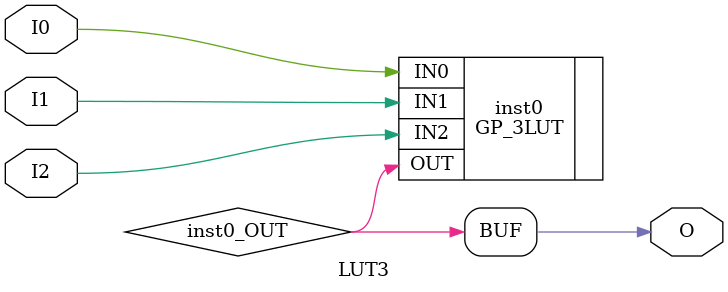
<source format=v>
module LUT3 (input  I0, input  I1, input  I2, output  O);
wire  inst0_OUT;
GP_3LUT #(.INIT(8'h80)) inst0 (.IN0(I0), .IN1(I1), .IN2(I2), .OUT(inst0_OUT));
assign O = inst0_OUT;
endmodule


</source>
